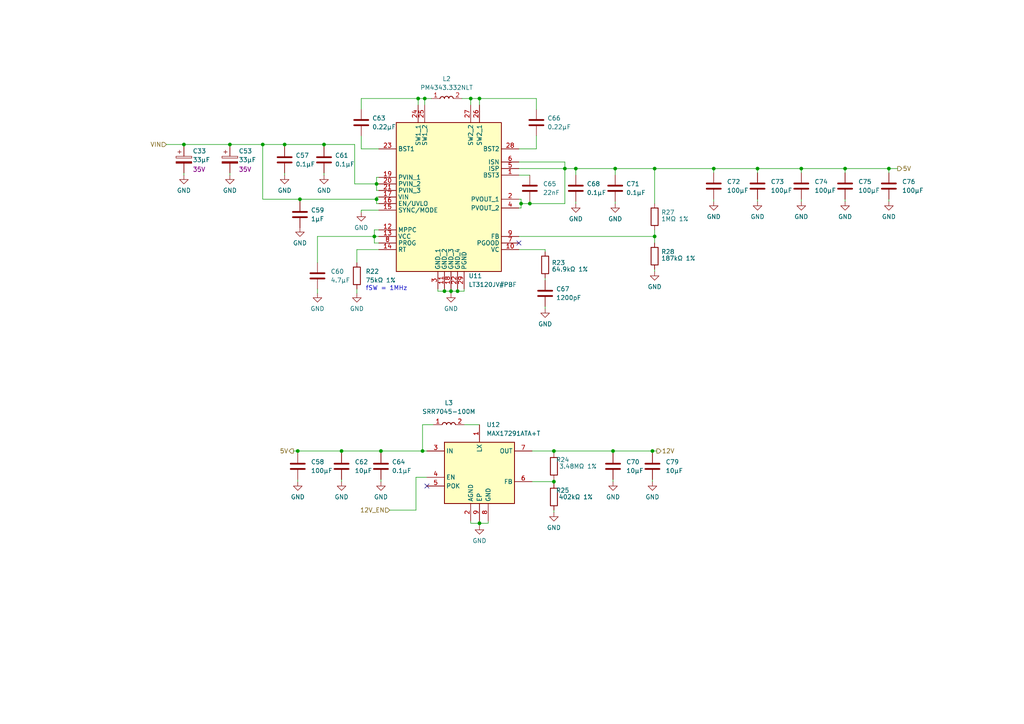
<source format=kicad_sch>
(kicad_sch (version 20211123) (generator eeschema)
  (paper "A4")
  (title_block (title "Walter Feels") (date "2025-02-12") (rev "2.4") (company "DPTechnics BV") (comment 1 "Checked by: Jonas Maes") (comment 2 "Engineer: Daan Pape") (comment 3 "License: GPLv3"))
  (lib_symbols
    (symbol "Device:C" (pin_numbers hide) (pin_names (offset 0.254))
      (property "Reference" "C" (at 0.635 2.54 0))
      (property "Value" "C" (at 0.635 -2.54 0))
      (symbol "C_0_1"
        (polyline (pts (xy -2.032 -0.762) (xy 2.032 -0.762)) (stroke (width 0.508)))
        (polyline (pts (xy -2.032 0.762) (xy 2.032 0.762)) (stroke (width 0.508)))
      )
      (symbol "C_1_1"
        (pin passive line (at 0 3.81 270) (length 2.794) (name "~") (number "1"))
        (pin passive line (at 0 -3.81 90) (length 2.794) (name "~") (number "2"))
      )
    )
    (symbol "Device:C_Polarized" (pin_numbers hide) (pin_names (offset 0.254))
      (property "Reference" "C" (at 0.635 2.54 0))
      (property "Value" "C_Polarized" (at 0.635 -2.54 0))
      (symbol "C_Polarized_0_1"
        (rectangle (start -2.286 0.508) (end 2.286 1.016))
        (polyline (pts (xy -1.778 2.286) (xy -0.762 2.286)))
        (polyline (pts (xy -1.27 2.794) (xy -1.27 1.778)))
        (rectangle (start 2.286 -0.508) (end -2.286 -1.016) (fill (type outline)))
      )
      (symbol "C_Polarized_1_1"
        (pin passive line (at 0 3.81 270) (length 2.794) (name "~") (number "1"))
        (pin passive line (at 0 -3.81 90) (length 2.794) (name "~") (number "2"))
      )
    )
    (symbol "Device:R" (pin_numbers hide) (pin_names (offset 0))
      (property "Reference" "R" (at 2.032 0 90))
      (property "Value" "R" (at 0 0 90))
      (symbol "R_0_1"
        (rectangle (start -1.016 -2.54) (end 1.016 2.54) (stroke (width 0.254)))
      )
      (symbol "R_1_1"
        (pin passive line (at 0 3.81 270) (length 1.27) (name "~") (number "1"))
        (pin passive line (at 0 -3.81 90) (length 1.27) (name "~") (number "2"))
      )
    )
    (symbol "LT3120JV#PBF:LT3120JV#PBF"
      (property "Reference" "IC" (at 15.875 21.59 0))
      (property "Value" "LT3120JV#PBF" (at 15.875 19.685 0))
      (symbol "LT3120JV#PBF_1_1"
        (rectangle (start -15.875 20.32) (end 14.605 -22.86) (stroke (width 0.254)) (fill (type background)))
        (pin passive line (at 19.685 5.08 180) (length 5.08) (name "BST3") (number "1"))
        (pin passive line (at 19.685 -16.51 180) (length 5.08) (name "VC") (number "10"))
        (pin passive line (at -1.905 -27.94 90) (length 5.08) (name "GND_2") (number "11"))
        (pin passive line (at -20.955 -10.795 0) (length 5.08) (name "MPPC") (number "12"))
        (pin passive line (at -20.955 -12.7 0) (length 5.08) (name "VCC") (number "13"))
        (pin passive line (at -20.955 -16.51 0) (length 5.08) (name "RT") (number "14"))
        (pin passive line (at -20.955 -5.08 0) (length 5.08) (name "SYNC/MODE") (number "15"))
        (pin passive line (at -20.955 -3.175 0) (length 5.08) (name "EN/UVLO") (number "16"))
        (pin passive line (at -20.955 -1.27 0) (length 5.08) (name "VIN") (number "17"))
        (pin passive line (at 0 -27.94 90) (length 5.08) (name "GND_3") (number "18"))
        (pin passive line (at -20.955 4.445 0) (length 5.08) (name "PVIN_1") (number "19"))
        (pin passive line (at 19.685 -1.905 180) (length 5.08) (name "PVOUT_1") (number "2"))
        (pin passive line (at -20.955 2.54 0) (length 5.08) (name "PVIN_2") (number "20"))
        (pin passive line (at -20.955 0.635 0) (length 5.08) (name "PVIN_3") (number "21"))
        (pin passive line (at 1.905 -27.94 90) (length 5.08) (name "GND_4") (number "22"))
        (pin passive line (at -20.955 12.7 0) (length 5.08) (name "BST1") (number "23"))
        (pin passive line (at -9.525 25.4 270) (length 5.08) (name "SW1_1") (number "24"))
        (pin passive line (at -7.62 25.4 270) (length 5.08) (name "SW1_2") (number "25"))
        (pin passive line (at 8.255 25.4 270) (length 5.08) (name "SW2_1") (number "26"))
        (pin passive line (at 5.715 25.4 270) (length 5.08) (name "SW2_2") (number "27"))
        (pin passive line (at 19.685 12.7 180) (length 5.08) (name "BST2") (number "28"))
        (pin passive line (at 3.81 -27.94 90) (length 5.08) (name "PGND") (number "29"))
        (pin passive line (at -3.81 -27.94 90) (length 5.08) (name "GND_1") (number "3"))
        (pin passive line (at 19.685 -4.445 180) (length 5.08) (name "PVOUT_2") (number "4"))
        (pin passive line (at 19.685 6.985 180) (length 5.08) (name "ISP") (number "5"))
        (pin passive line (at 19.685 8.89 180) (length 5.08) (name "ISN") (number "6"))
        (pin passive line (at 19.685 -14.605 180) (length 5.08) (name "PGOOD") (number "7"))
        (pin passive line (at -20.955 -14.605 0) (length 5.08) (name "PROG") (number "8"))
        (pin passive line (at 19.685 -12.7 180) (length 5.08) (name "FB") (number "9"))
      )
    )
    (symbol "MAX17291ATA+T:MAX17291ATA+T"
      (property "Reference" "U" (at 1.905 11.43 0))
      (property "Value" "MAX17291ATA+T" (at 8.89 9.525 0))
      (symbol "MAX17291ATA+T_1_1"
        (rectangle (start -10.16 8.255) (end 10.16 -9.525) (stroke (width 0.254)) (fill (type background)))
        (pin passive line (at 0 13.335 270) (length 5.08) (name "LX") (number "1"))
        (pin passive line (at -2.54 -14.605 90) (length 5.08) (name "AGND") (number "2"))
        (pin passive line (at -15.24 5.715 0) (length 5.08) (name "IN") (number "3"))
        (pin passive line (at -15.24 -1.905 0) (length 5.08) (name "EN") (number "4"))
        (pin passive line (at -15.24 -4.445 0) (length 5.08) (name "POK") (number "5"))
        (pin passive line (at 15.24 -3.175 180) (length 5.08) (name "FB") (number "6"))
        (pin passive line (at 15.24 5.715 180) (length 5.08) (name "OUT") (number "7"))
        (pin passive line (at 2.54 -14.605 90) (length 5.08) (name "GND") (number "8"))
        (pin passive line (at 0 -14.605 90) (length 5.08) (name "EP") (number "9"))
      )
    )
    (symbol "PM4343_332NLT:PM4343.332NLT" (pin_names hide)
      (property "Reference" "L" (at -6.985 5.08 0))
      (property "Value" "PM4343.332NLT" (at 0 3.175 0))
      (symbol "PM4343.332NLT_1_1"
        (arc (start -0.635 0) (mid -1.27 0.5535) (end -1.905 0) (stroke (width 0.254)))
        (arc (start 0.635 0.0875) (mid 0 0.641) (end -0.635 0.0875) (stroke (width 0.254)))
        (arc (start 1.905 0.0875) (mid 1.27 0.641) (end 0.635 0.0875) (stroke (width 0.254)))
        (pin passive line (at -4.445 0 0) (length 2.54) (name "1") (number "1"))
        (pin passive line (at 4.445 0 180) (length 2.54) (name "2") (number "2"))
      )
    )
    (symbol "SRR7045-100M:SRR7045-100M" (pin_names hide)
      (property "Reference" "L" (at -5.715 5.08 0))
      (property "Value" "SRR7045-100M" (at 1.27 3.175 0))
      (symbol "SRR7045-100M_1_1"
        (arc (start -0.635 0.083) (mid -1.27 0.6404) (end -1.905 0.083) (stroke (width 0.254)))
        (arc (start 0.635 0.0714) (mid 0 0.639) (end -0.635 0.0714) (stroke (width 0.254)))
        (arc (start 1.905 0.0677) (mid 1.27 0.6386) (end 0.635 0.0677) (stroke (width 0.254)))
        (pin passive line (at -4.445 0 0) (length 2.54) (name "1") (number "1"))
        (pin passive line (at 4.445 0 180) (length 2.54) (name "2") (number "2"))
      )
    )
    (symbol "power:GND" (power) (pin_names (offset 0))
      (property "Value" "GND" (at 0 -3.81 0))
      (symbol "GND_0_1"
        (polyline (pts (xy 0 0) (xy 0 -1.27) (xy 1.27 -1.27) (xy 0 -2.54) (xy -1.27 -1.27) (xy 0 -1.27)))
      )
      (symbol "GND_1_1"
        (pin power_in line (at 0 0 270) (length 0) hide (name "GND") (number "1"))
      )
    )
  )
  (junction (at 219.71 48.895))
  (junction (at 128.905 84.455))
  (junction (at 232.41 48.895))
  (junction (at 257.81 48.895))
  (junction (at 189.23 130.81))
  (junction (at 178.435 48.895))
  (junction (at 122.555 130.81))
  (junction (at 108.585 68.58))
  (junction (at 139.065 28.575))
  (junction (at 66.675 41.91))
  (junction (at 189.865 48.895))
  (junction (at 167.005 48.895))
  (junction (at 132.715 84.455))
  (junction (at 139.065 151.765))
  (junction (at 130.81 84.455))
  (junction (at 86.995 57.785))
  (junction (at 207.01 48.895))
  (junction (at 151.13 59.055))
  (junction (at 160.655 139.7))
  (junction (at 163.83 48.895))
  (junction (at 86.36 130.81))
  (junction (at 123.19 28.575))
  (junction (at 109.22 57.785))
  (junction (at 153.67 59.055))
  (junction (at 160.655 130.81))
  (junction (at 177.8 130.81))
  (junction (at 110.49 130.81))
  (junction (at 136.525 28.575))
  (junction (at 109.22 53.34))
  (junction (at 189.865 68.58))
  (junction (at 76.2 41.91))
  (junction (at 93.98 41.91))
  (junction (at 99.06 130.81))
  (junction (at 121.285 28.575))
  (junction (at 82.55 41.91))
  (junction (at 245.11 48.895))
  (junction (at 53.34 41.91))
  (no_connect (at 123.825 140.97))
  (no_connect (at 150.495 70.485))
  (wire (pts (xy 127 83.82) (xy 127 84.455)))
  (wire (pts (xy 245.11 58.42) (xy 245.11 57.785)))
  (wire (pts (xy 207.01 50.165) (xy 207.01 48.895)))
  (wire (pts (xy 92.075 68.58) (xy 108.585 68.58)))
  (wire (pts (xy 53.34 41.91) (xy 53.34 42.545)))
  (wire (pts (xy 122.555 123.19) (xy 122.555 130.81)))
  (wire (pts (xy 108.585 68.58) (xy 108.585 70.485)))
  (wire (pts (xy 53.34 50.165) (xy 53.34 50.8)))
  (wire (pts (xy 104.775 61.595) (xy 104.775 60.96)))
  (wire (pts (xy 155.575 39.37) (xy 155.575 43.18)))
  (wire (pts (xy 93.98 50.8) (xy 93.98 50.165)))
  (wire (pts (xy 189.865 78.74) (xy 189.865 78.105)))
  (wire (pts (xy 109.22 53.34) (xy 109.855 53.34)))
  (wire (pts (xy 232.41 48.895) (xy 219.71 48.895)))
  (wire (pts (xy 136.525 28.575) (xy 136.525 30.48)))
  (wire (pts (xy 66.675 41.91) (xy 66.675 42.545)))
  (wire (pts (xy 103.505 72.39) (xy 103.505 76.2)))
  (wire (pts (xy 99.06 130.81) (xy 110.49 130.81)))
  (wire (pts (xy 167.005 48.895) (xy 163.83 48.895)))
  (wire (pts (xy 163.83 46.99) (xy 163.83 48.895)))
  (wire (pts (xy 109.855 59.055) (xy 109.22 59.055)))
  (wire (pts (xy 109.22 53.34) (xy 109.22 55.245)))
  (wire (pts (xy 130.81 84.455) (xy 132.715 84.455)))
  (wire (pts (xy 177.8 131.445) (xy 177.8 130.81)))
  (wire (pts (xy 219.71 58.42) (xy 219.71 57.785)))
  (wire (pts (xy 109.855 55.245) (xy 109.22 55.245)))
  (wire (pts (xy 109.855 72.39) (xy 103.505 72.39)))
  (wire (pts (xy 178.435 48.895) (xy 167.005 48.895)))
  (wire (pts (xy 158.115 88.9) (xy 158.115 89.535)))
  (wire (pts (xy 257.81 48.895) (xy 260.35 48.895)))
  (wire (pts (xy 189.23 139.7) (xy 189.23 139.065)))
  (wire (pts (xy 123.19 28.575) (xy 123.19 30.48)))
  (wire (pts (xy 53.34 41.91) (xy 66.675 41.91)))
  (wire (pts (xy 102.87 53.34) (xy 109.22 53.34)))
  (wire (pts (xy 104.775 39.37) (xy 104.775 43.18)))
  (wire (pts (xy 92.075 76.2) (xy 92.075 68.58)))
  (wire (pts (xy 66.675 41.91) (xy 76.2 41.91)))
  (wire (pts (xy 93.98 41.91) (xy 102.87 41.91)))
  (wire (pts (xy 109.855 51.435) (xy 109.22 51.435)))
  (wire (pts (xy 160.655 130.81) (xy 154.305 130.81)))
  (wire (pts (xy 86.36 130.81) (xy 99.06 130.81)))
  (wire (pts (xy 86.995 58.42) (xy 86.995 57.785)))
  (wire (pts (xy 177.8 139.7) (xy 177.8 139.065)))
  (wire (pts (xy 66.675 50.165) (xy 66.675 50.8)))
  (wire (pts (xy 82.55 41.91) (xy 82.55 42.545)))
  (wire (pts (xy 110.49 139.7) (xy 110.49 139.065)))
  (wire (pts (xy 150.495 72.39) (xy 158.115 72.39)))
  (wire (pts (xy 158.115 80.645) (xy 158.115 81.28)))
  (wire (pts (xy 257.81 58.42) (xy 257.81 57.785)))
  (wire (pts (xy 158.115 72.39) (xy 158.115 73.025)))
  (wire (pts (xy 113.03 147.955) (xy 120.65 147.955)))
  (wire (pts (xy 130.81 85.09) (xy 130.81 84.455)))
  (wire (pts (xy 163.83 59.055) (xy 153.67 59.055)))
  (wire (pts (xy 76.2 57.785) (xy 76.2 41.91)))
  (wire (pts (xy 150.495 60.325) (xy 151.13 60.325)))
  (wire (pts (xy 109.22 51.435) (xy 109.22 53.34)))
  (wire (pts (xy 139.065 28.575) (xy 155.575 28.575)))
  (wire (pts (xy 245.11 50.165) (xy 245.11 48.895)))
  (wire (pts (xy 86.36 139.7) (xy 86.36 139.065)))
  (wire (pts (xy 150.495 57.785) (xy 151.13 57.785)))
  (wire (pts (xy 125.095 28.575) (xy 123.19 28.575)))
  (wire (pts (xy 150.495 43.18) (xy 155.575 43.18)))
  (wire (pts (xy 108.585 70.485) (xy 109.855 70.485)))
  (wire (pts (xy 104.775 60.96) (xy 109.855 60.96)))
  (wire (pts (xy 178.435 50.8) (xy 178.435 48.895)))
  (wire (pts (xy 167.005 59.055) (xy 167.005 58.42)))
  (wire (pts (xy 139.065 28.575) (xy 136.525 28.575)))
  (wire (pts (xy 85.09 130.81) (xy 86.36 130.81)))
  (wire (pts (xy 151.13 59.055) (xy 151.13 60.325)))
  (wire (pts (xy 150.495 68.58) (xy 189.865 68.58)))
  (wire (pts (xy 177.8 130.81) (xy 160.655 130.81)))
  (wire (pts (xy 134.62 83.82) (xy 134.62 84.455)))
  (wire (pts (xy 189.23 130.81) (xy 190.5 130.81)))
  (wire (pts (xy 257.81 50.165) (xy 257.81 48.895)))
  (wire (pts (xy 160.655 148.59) (xy 160.655 147.955)))
  (wire (pts (xy 207.01 58.42) (xy 207.01 57.785)))
  (wire (pts (xy 150.495 50.8) (xy 153.67 50.8)))
  (wire (pts (xy 132.715 83.82) (xy 132.715 84.455)))
  (wire (pts (xy 128.905 84.455) (xy 130.81 84.455)))
  (wire (pts (xy 232.41 50.165) (xy 232.41 48.895)))
  (wire (pts (xy 154.305 139.7) (xy 160.655 139.7)))
  (wire (pts (xy 86.995 57.785) (xy 109.22 57.785)))
  (wire (pts (xy 150.495 48.895) (xy 163.83 48.895)))
  (wire (pts (xy 232.41 58.42) (xy 232.41 57.785)))
  (wire (pts (xy 155.575 31.75) (xy 155.575 28.575)))
  (wire (pts (xy 82.55 50.8) (xy 82.55 50.165)))
  (wire (pts (xy 120.65 147.955) (xy 120.65 138.43)))
  (wire (pts (xy 128.905 83.82) (xy 128.905 84.455)))
  (wire (pts (xy 219.71 50.165) (xy 219.71 48.895)))
  (wire (pts (xy 108.585 66.675) (xy 108.585 68.58)))
  (wire (pts (xy 153.67 59.055) (xy 151.13 59.055)))
  (wire (pts (xy 177.8 130.81) (xy 189.23 130.81)))
  (wire (pts (xy 189.23 130.81) (xy 189.23 131.445)))
  (wire (pts (xy 189.865 48.895) (xy 189.865 59.055)))
  (wire (pts (xy 150.495 46.99) (xy 163.83 46.99)))
  (wire (pts (xy 109.22 59.055) (xy 109.22 57.785)))
  (wire (pts (xy 139.065 151.765) (xy 141.605 151.765)))
  (wire (pts (xy 92.075 85.09) (xy 92.075 83.82)))
  (wire (pts (xy 132.715 84.455) (xy 134.62 84.455)))
  (wire (pts (xy 189.865 68.58) (xy 189.865 70.485)))
  (wire (pts (xy 86.36 131.445) (xy 86.36 130.81)))
  (wire (pts (xy 110.49 131.445) (xy 110.49 130.81)))
  (wire (pts (xy 139.065 151.13) (xy 139.065 151.765)))
  (wire (pts (xy 141.605 151.13) (xy 141.605 151.765)))
  (wire (pts (xy 160.655 139.7) (xy 160.655 140.335)))
  (wire (pts (xy 136.525 151.13) (xy 136.525 151.765)))
  (wire (pts (xy 99.06 131.445) (xy 99.06 130.81)))
  (wire (pts (xy 139.065 30.48) (xy 139.065 28.575)))
  (wire (pts (xy 121.285 30.48) (xy 121.285 28.575)))
  (wire (pts (xy 151.13 57.785) (xy 151.13 59.055)))
  (wire (pts (xy 76.2 41.91) (xy 82.55 41.91)))
  (wire (pts (xy 178.435 59.055) (xy 178.435 58.42)))
  (wire (pts (xy 48.26 41.91) (xy 53.34 41.91)))
  (wire (pts (xy 109.22 57.15) (xy 109.855 57.15)))
  (wire (pts (xy 93.98 41.91) (xy 93.98 42.545)))
  (wire (pts (xy 125.73 123.19) (xy 122.555 123.19)))
  (wire (pts (xy 110.49 130.81) (xy 122.555 130.81)))
  (wire (pts (xy 86.995 57.785) (xy 76.2 57.785)))
  (wire (pts (xy 219.71 48.895) (xy 207.01 48.895)))
  (wire (pts (xy 104.775 31.75) (xy 104.775 28.575)))
  (wire (pts (xy 139.065 151.765) (xy 139.065 152.4)))
  (wire (pts (xy 160.655 139.7) (xy 160.655 139.065)))
  (wire (pts (xy 245.11 48.895) (xy 257.81 48.895)))
  (wire (pts (xy 104.775 28.575) (xy 121.285 28.575)))
  (wire (pts (xy 109.22 57.785) (xy 109.22 57.15)))
  (wire (pts (xy 167.005 50.8) (xy 167.005 48.895)))
  (wire (pts (xy 153.67 58.42) (xy 153.67 59.055)))
  (wire (pts (xy 99.06 139.7) (xy 99.06 139.065)))
  (wire (pts (xy 120.65 138.43) (xy 123.825 138.43)))
  (wire (pts (xy 133.985 28.575) (xy 136.525 28.575)))
  (wire (pts (xy 104.775 43.18) (xy 109.855 43.18)))
  (wire (pts (xy 130.81 83.82) (xy 130.81 84.455)))
  (wire (pts (xy 102.87 41.91) (xy 102.87 53.34)))
  (wire (pts (xy 189.865 66.675) (xy 189.865 68.58)))
  (wire (pts (xy 207.01 48.895) (xy 189.865 48.895)))
  (wire (pts (xy 109.855 66.675) (xy 108.585 66.675)))
  (wire (pts (xy 108.585 68.58) (xy 109.855 68.58)))
  (wire (pts (xy 178.435 48.895) (xy 189.865 48.895)))
  (wire (pts (xy 121.285 28.575) (xy 123.19 28.575)))
  (wire (pts (xy 127 84.455) (xy 128.905 84.455)))
  (wire (pts (xy 160.655 131.445) (xy 160.655 130.81)))
  (wire (pts (xy 82.55 41.91) (xy 93.98 41.91)))
  (wire (pts (xy 103.505 85.09) (xy 103.505 83.82)))
  (wire (pts (xy 163.83 48.895) (xy 163.83 59.055)))
  (wire (pts (xy 245.11 48.895) (xy 232.41 48.895)))
  (wire (pts (xy 122.555 130.81) (xy 123.825 130.81)))
  (wire (pts (xy 136.525 151.765) (xy 139.065 151.765)))
  (wire (pts (xy 134.62 123.19) (xy 139.065 123.19)))
  (text "fSW = 1MHz" (at 106.045 84.455 0) (effects (font (size 1.27 1.27)) (justify left bottom)))
  (hierarchical_label "VIN" (shape input) (at 48.26 41.91 180))
  (hierarchical_label "12V" (shape output) (at 190.5 130.81 0))
  (hierarchical_label "5V" (shape output) (at 85.09 130.81 180))
  (hierarchical_label "5V" (shape output) (at 260.35 48.895 0))
  (hierarchical_label "12V_EN" (shape input) (at 113.03 147.955 180))
  (symbol (lib_id "power:GND") (at 53.34 50.8 0) (unit 1)
    (property "Reference" "#PWR048" (effects hide))
    (property "Value" "GND" (at 53.34 55.245 0))
  )
  (symbol (lib_id "Device:R") (at 160.655 144.145 0) (unit 1)
    (property "Reference" "R25" (at 163.195 142.24 0))
    (property "Value" "402kΩ 1%" (at 167.005 144.145 0))
    (property "Footprint" "Resistor_SMD:R_0603_1608Metric" (effects hide))
    (property "JLCPCB" "C2960796" (effects hide))
  )
  (symbol (lib_id "Device:C_Polarized") (at 66.675 46.355 0) (unit 1)
    (property "Reference" "C53" (at 69.215 43.815 0) (effects (justify left)))
    (property "Value" "33µF" (at 69.215 46.355 0) (effects (justify left)))
    (property "Footprint" "Capacitor_Tantalum_SMD:CP_EIA-7343-30_AVX-N" (effects hide))
    (property "JLCPCB" "C2158306" (effects hide))
    (property "ALT1" "Kyocera AVX TCJE336M035R0055" (effects hide))
    (property "ALT2" "Vishay T55D336M035C0100" (effects hide))
    (property "Voltage" "35V" (at 69.215 49.1491 0) (effects (justify left)))
  )
  (symbol (lib_id "power:GND") (at 207.01 58.42 0) (unit 1)
    (property "Reference" "#PWR0103" (effects hide))
    (property "Value" "GND" (at 207.01 62.865 0))
  )
  (symbol (lib_id "power:GND") (at 189.865 78.74 0) (unit 1)
    (property "Reference" "#PWR0102" (effects hide))
    (property "Value" "GND" (at 189.865 83.185 0))
  )
  (symbol (lib_id "MAX17291ATA+T:MAX17291ATA+T") (at 139.065 136.525 0) (unit 1)
    (property "Reference" "U12" (at 141.0844 123.19 0) (effects (justify left)))
    (property "Value" "MAX17291ATA+T" (at 141.0844 125.73 0) (effects (justify left)))
    (property "Footprint" "MAX17291ATA+T:SON50P200X200X80-9N-D" (effects hide))
    (property "JLCPCB" "C7456683" (effects hide))
  )
  (symbol (lib_id "Device:R") (at 189.865 62.865 0) (unit 1)
    (property "Reference" "R27" (at 191.77 61.595 0) (effects (justify left)))
    (property "Value" "1MΩ 1%" (at 191.77 63.5 0) (effects (justify left)))
    (property "Footprint" "Resistor_SMD:R_0603_1608Metric" (effects hide))
    (property "JLCPCB" "C22935" (effects hide))
  )
  (symbol (lib_id "Device:C") (at 177.8 135.255 0) (unit 1)
    (property "Reference" "C70" (at 181.61 133.9849 0) (effects (justify left)))
    (property "Value" "10µF" (at 181.61 136.5249 0) (effects (justify left)))
    (property "Footprint" "Capacitor_SMD:C_1206_3216Metric" (effects hide))
    (property "JLCPCB" "C13585" (effects hide))
  )
  (symbol (lib_id "power:GND") (at 178.435 59.055 0) (unit 1)
    (property "Reference" "#PWR0101" (effects hide))
    (property "Value" "GND" (at 178.435 63.5 0))
  )
  (symbol (lib_id "Device:C") (at 178.435 54.61 0) (unit 1)
    (property "Reference" "C71" (at 181.61 53.34 0) (effects (justify left)))
    (property "Value" "0.1µF" (at 181.61 55.88 0) (effects (justify left)))
    (property "Footprint" "Capacitor_SMD:C_0603_1608Metric" (effects hide))
    (property "JLCPCB" "C14663" (effects hide))
  )
  (symbol (lib_id "Device:C") (at 167.005 54.61 0) (unit 1)
    (property "Reference" "C68" (at 170.18 53.34 0) (effects (justify left)))
    (property "Value" "0.1µF" (at 170.18 55.88 0) (effects (justify left)))
    (property "Footprint" "Capacitor_SMD:C_0603_1608Metric" (effects hide))
    (property "JLCPCB" "C14663" (effects hide))
  )
  (symbol (lib_id "Device:R") (at 158.115 76.835 0) (unit 1)
    (property "Reference" "R23" (at 160.02 76.2 0) (effects (justify left)))
    (property "Value" "64.9kΩ 1%" (at 160.02 78.105 0) (effects (justify left)))
    (property "Footprint" "Resistor_SMD:R_0603_1608Metric" (effects hide))
    (property "JLCPCB" "C14891" (effects hide))
  )
  (symbol (lib_id "Device:C") (at 245.11 53.975 0) (unit 1)
    (property "Reference" "C75" (at 248.92 52.7049 0) (effects (justify left)))
    (property "Value" "100µF" (at 248.92 55.2449 0) (effects (justify left)))
    (property "Footprint" "Capacitor_SMD:C_1210_3225Metric" (effects hide))
    (property "JLCPCB" "C49066" (effects hide))
  )
  (symbol (lib_id "power:GND") (at 245.11 58.42 0) (unit 1)
    (property "Reference" "#PWR0106" (effects hide))
    (property "Value" "GND" (at 245.11 62.865 0))
  )
  (symbol (lib_id "Device:C") (at 93.98 46.355 0) (unit 1)
    (property "Reference" "C61" (at 97.155 45.085 0) (effects (justify left)))
    (property "Value" "0.1µF" (at 97.155 47.625 0) (effects (justify left)))
    (property "Footprint" "Capacitor_SMD:C_0603_1608Metric" (effects hide))
    (property "JLCPCB" "C14663" (effects hide))
  )
  (symbol (lib_id "power:GND") (at 82.55 50.8 0) (unit 1)
    (property "Reference" "#PWR085" (effects hide))
    (property "Value" "GND" (at 82.55 55.245 0))
  )
  (symbol (lib_id "Device:C") (at 82.55 46.355 0) (unit 1)
    (property "Reference" "C57" (at 85.725 45.085 0) (effects (justify left)))
    (property "Value" "0.1µF" (at 85.725 47.625 0) (effects (justify left)))
    (property "Footprint" "Capacitor_SMD:C_0603_1608Metric" (effects hide))
    (property "JLCPCB" "C14663" (effects hide))
  )
  (symbol (lib_id "Device:C") (at 153.67 54.61 0) (unit 1)
    (property "Reference" "C65" (at 157.48 53.3399 0) (effects (justify left)))
    (property "Value" "22nF" (at 157.48 55.8799 0) (effects (justify left)))
    (property "Footprint" "Capacitor_SMD:C_0603_1608Metric" (effects hide))
    (property "JLCPCB" "C21122" (effects hide))
  )
  (symbol (lib_id "power:GND") (at 104.775 61.595 0) (unit 1)
    (property "Reference" "#PWR092" (effects hide))
    (property "Value" "GND" (at 104.775 66.04 0))
  )
  (symbol (lib_id "power:GND") (at 160.655 148.59 0) (unit 1)
    (property "Reference" "#PWR097" (effects hide))
    (property "Value" "GND" (at 160.655 153.035 0))
  )
  (symbol (lib_id "Device:C") (at 99.06 135.255 0) (unit 1)
    (property "Reference" "C62" (at 102.87 133.9849 0) (effects (justify left)))
    (property "Value" "10µF" (at 102.87 136.5249 0) (effects (justify left)))
    (property "Footprint" "Capacitor_SMD:C_1206_3216Metric" (effects hide))
    (property "JLCPCB" "C13585" (effects hide))
  )
  (symbol (lib_id "SRR7045-100M:SRR7045-100M") (at 130.175 123.19 0) (unit 1)
    (property "Reference" "L3" (at 130.175 116.84 0))
    (property "Value" "SRR7045-100M" (at 130.175 119.38 0))
    (property "Footprint" "SRR7045-100M:SRR7045100M" (effects hide))
    (property "JLCPCB" "C1329516" (effects hide))
  )
  (symbol (lib_id "power:GND") (at 66.675 50.8 0) (unit 1)
    (property "Reference" "#PWR084" (effects hide))
    (property "Value" "GND" (at 66.675 55.245 0))
  )
  (symbol (lib_id "power:GND") (at 167.005 59.055 0) (unit 1)
    (property "Reference" "#PWR098" (effects hide))
    (property "Value" "GND" (at 167.005 63.5 0))
  )
  (symbol (lib_id "Device:C") (at 86.995 62.23 180) (unit 1)
    (property "Reference" "C59" (at 90.17 60.9599 0) (effects (justify right)))
    (property "Value" "1μF" (at 90.17 63.4999 0) (effects (justify right)))
    (property "Footprint" "Capacitor_SMD:C_0603_1608Metric" (effects hide))
    (property "JLCPCB" "C15849" (effects hide))
  )
  (symbol (lib_id "power:GND") (at 219.71 58.42 0) (unit 1)
    (property "Reference" "#PWR0104" (effects hide))
    (property "Value" "GND" (at 219.71 62.865 0))
  )
  (symbol (lib_id "Device:C") (at 257.81 53.975 0) (unit 1)
    (property "Reference" "C76" (at 261.62 52.7049 0) (effects (justify left)))
    (property "Value" "100µF" (at 261.62 55.2449 0) (effects (justify left)))
    (property "Footprint" "Capacitor_SMD:C_1210_3225Metric" (effects hide))
    (property "JLCPCB" "C49066" (effects hide))
  )
  (symbol (lib_id "LT3120JV#PBF:LT3120JV#PBF") (at 130.81 55.88 0) (unit 1)
    (property "Reference" "U11" (at 135.89 80.01 0) (effects (justify left)))
    (property "Value" "LT3120JV#PBF" (at 135.89 82.55 0) (effects (justify left)))
    (property "Footprint" "LT3120JV#PBF:QFN50P400X500X83-29N-D" (effects hide))
    (property "JLCPCB" "C3198178" (effects hide))
  )
  (symbol (lib_id "Device:R") (at 103.505 80.01 0) (unit 1)
    (property "Reference" "R22" (at 106.045 78.7399 0) (effects (justify left)))
    (property "Value" "75kΩ 1%" (at 106.045 81.2799 0) (effects (justify left)))
    (property "Footprint" "Resistor_SMD:R_0603_1608Metric" (effects hide))
    (property "JLCPCB" "C23242" (effects hide))
  )
  (symbol (lib_id "power:GND") (at 99.06 139.7 0) (unit 1)
    (property "Reference" "#PWR090" (effects hide))
    (property "Value" "GND" (at 99.06 144.145 0))
  )
  (symbol (lib_id "power:GND") (at 189.23 139.7 0) (unit 1)
    (property "Reference" "#PWR021" (effects hide))
    (property "Value" "GND" (at 189.23 144.145 0))
  )
  (symbol (lib_id "Device:C_Polarized") (at 53.34 46.355 0) (unit 1)
    (property "Reference" "C33" (at 55.88 43.815 0) (effects (justify left)))
    (property "Value" "33µF" (at 55.88 46.355 0) (effects (justify left)))
    (property "Footprint" "Capacitor_Tantalum_SMD:CP_EIA-7343-30_AVX-N" (effects hide))
    (property "JLCPCB" "C2158306" (effects hide))
    (property "ALT1" "Kyocera AVX TCJE336M035R0055" (effects hide))
    (property "ALT2" "Vishay T55D336M035C0100" (effects hide))
    (property "Voltage" "35V" (at 55.88 49.1491 0) (effects (justify left)))
  )
  (symbol (lib_id "PM4343_332NLT:PM4343.332NLT") (at 129.54 28.575 0) (unit 1)
    (property "Reference" "L2" (at 129.54 22.86 0))
    (property "Value" "PM4343.332NLT" (at 129.54 25.4 0))
    (property "Footprint" "PM4343:INDPM140128X650N" (effects hide))
    (property "JLCPCB" "C2594689" (effects hide))
  )
  (symbol (lib_id "power:GND") (at 110.49 139.7 0) (unit 1)
    (property "Reference" "#PWR093" (effects hide))
    (property "Value" "GND" (at 110.49 144.145 0))
  )
  (symbol (lib_id "power:GND") (at 103.505 85.09 0) (unit 1)
    (property "Reference" "#PWR091" (effects hide))
    (property "Value" "GND" (at 103.505 89.535 0))
  )
  (symbol (lib_id "Device:C") (at 92.075 80.01 180) (unit 1)
    (property "Reference" "C60" (at 95.885 78.7399 0) (effects (justify right)))
    (property "Value" "4.7μF" (at 95.885 81.2799 0) (effects (justify right)))
    (property "Footprint" "Capacitor_SMD:C_0603_1608Metric" (effects hide))
    (property "JLCPCB" "C19666" (effects hide))
  )
  (symbol (lib_id "Device:C") (at 86.36 135.255 0) (unit 1)
    (property "Reference" "C58" (at 90.17 133.9849 0) (effects (justify left)))
    (property "Value" "100µF" (at 90.17 136.5249 0) (effects (justify left)))
    (property "Footprint" "Capacitor_SMD:C_1210_3225Metric" (effects hide))
    (property "JLCPCB" "C49066" (effects hide))
  )
  (symbol (lib_id "Device:C") (at 104.775 35.56 0) (unit 1)
    (property "Reference" "C63" (at 107.95 34.29 0) (effects (justify left)))
    (property "Value" "0.22µF" (at 107.95 36.83 0) (effects (justify left)))
    (property "Footprint" "Capacitor_SMD:C_0603_1608Metric" (effects hide))
    (property "JLCPCB" "C21120" (effects hide))
  )
  (symbol (lib_id "Device:C") (at 189.23 135.255 0) (unit 1)
    (property "Reference" "C79" (at 193.04 133.9849 0) (effects (justify left)))
    (property "Value" "10µF" (at 193.04 136.5249 0) (effects (justify left)))
    (property "Footprint" "Capacitor_SMD:C_1206_3216Metric" (effects hide))
    (property "JLCPCB" "C13585" (effects hide))
  )
  (symbol (lib_id "Device:C") (at 219.71 53.975 0) (unit 1)
    (property "Reference" "C73" (at 223.52 52.7049 0) (effects (justify left)))
    (property "Value" "100µF" (at 223.52 55.2449 0) (effects (justify left)))
    (property "Footprint" "Capacitor_SMD:C_1210_3225Metric" (effects hide))
    (property "JLCPCB" "C49066" (effects hide))
  )
  (symbol (lib_id "Device:C") (at 158.115 85.09 0) (unit 1)
    (property "Reference" "C67" (at 161.29 83.82 0) (effects (justify left)))
    (property "Value" "1200pF" (at 161.29 86.36 0) (effects (justify left)))
    (property "Footprint" "Capacitor_SMD:C_0603_1608Metric" (effects hide))
    (property "JLCPCB" "C30615" (effects hide))
  )
  (symbol (lib_id "power:GND") (at 139.065 152.4 0) (unit 1)
    (property "Reference" "#PWR095" (effects hide))
    (property "Value" "GND" (at 139.065 156.845 0))
  )
  (symbol (lib_id "Device:C") (at 110.49 135.255 0) (unit 1)
    (property "Reference" "C64" (at 113.665 133.985 0) (effects (justify left)))
    (property "Value" "0.1µF" (at 113.665 136.525 0) (effects (justify left)))
    (property "Footprint" "Capacitor_SMD:C_0603_1608Metric" (effects hide))
    (property "JLCPCB" "C14663" (effects hide))
  )
  (symbol (lib_id "Device:C") (at 207.01 53.975 0) (unit 1)
    (property "Reference" "C72" (at 210.82 52.7049 0) (effects (justify left)))
    (property "Value" "100µF" (at 210.82 55.2449 0) (effects (justify left)))
    (property "Footprint" "Capacitor_SMD:C_1210_3225Metric" (effects hide))
    (property "JLCPCB" "C49066" (effects hide))
  )
  (symbol (lib_id "power:GND") (at 177.8 139.7 0) (unit 1)
    (property "Reference" "#PWR0100" (effects hide))
    (property "Value" "GND" (at 177.8 144.145 0))
  )
  (symbol (lib_id "power:GND") (at 86.995 66.04 0) (unit 1)
    (property "Reference" "#PWR087" (effects hide))
    (property "Value" "GND" (at 86.995 70.485 0))
  )
  (symbol (lib_id "Device:R") (at 160.655 135.255 0) (unit 1)
    (property "Reference" "R24" (at 163.195 133.35 0))
    (property "Value" "3.48MΩ 1%" (at 167.64 135.255 0))
    (property "Footprint" "Resistor_SMD:R_0603_1608Metric" (effects hide))
    (property "JLCPCB" "C422936" (effects hide))
  )
  (symbol (lib_id "Device:C") (at 155.575 35.56 0) (unit 1)
    (property "Reference" "C66" (at 158.75 34.29 0) (effects (justify left)))
    (property "Value" "0.22µF" (at 158.75 36.83 0) (effects (justify left)))
    (property "Footprint" "Capacitor_SMD:C_0603_1608Metric" (effects hide))
    (property "JLCPCB" "C21120" (effects hide))
  )
  (symbol (lib_id "power:GND") (at 92.075 85.09 0) (unit 1)
    (property "Reference" "#PWR088" (effects hide))
    (property "Value" "GND" (at 92.075 89.535 0))
  )
  (symbol (lib_id "power:GND") (at 232.41 58.42 0) (unit 1)
    (property "Reference" "#PWR0105" (effects hide))
    (property "Value" "GND" (at 232.41 62.865 0))
  )
  (symbol (lib_id "power:GND") (at 257.81 58.42 0) (unit 1)
    (property "Reference" "#PWR0107" (effects hide))
    (property "Value" "GND" (at 257.81 62.865 0))
  )
  (symbol (lib_id "Device:R") (at 189.865 74.295 0) (unit 1)
    (property "Reference" "R28" (at 191.77 73.025 0) (effects (justify left)))
    (property "Value" "187kΩ 1%" (at 191.77 74.93 0) (effects (justify left)))
    (property "Footprint" "Resistor_SMD:R_0603_1608Metric" (effects hide))
    (property "JLCPCB" "C321764" (effects hide))
  )
  (symbol (lib_id "power:GND") (at 130.81 85.09 0) (unit 1)
    (property "Reference" "#PWR094" (effects hide))
    (property "Value" "GND" (at 130.81 89.535 0))
  )
  (symbol (lib_id "power:GND") (at 158.115 89.535 0) (unit 1)
    (property "Reference" "#PWR096" (effects hide))
    (property "Value" "GND" (at 158.115 93.98 0))
  )
  (symbol (lib_id "Device:C") (at 232.41 53.975 0) (unit 1)
    (property "Reference" "C74" (at 236.22 52.7049 0) (effects (justify left)))
    (property "Value" "100µF" (at 236.22 55.2449 0) (effects (justify left)))
    (property "Footprint" "Capacitor_SMD:C_1210_3225Metric" (effects hide))
    (property "JLCPCB" "C49066" (effects hide))
  )
  (symbol (lib_id "power:GND") (at 86.36 139.7 0) (unit 1)
    (property "Reference" "#PWR086" (effects hide))
    (property "Value" "GND" (at 86.36 144.145 0))
  )
  (symbol (lib_id "power:GND") (at 93.98 50.8 0) (unit 1)
    (property "Reference" "#PWR089" (effects hide))
    (property "Value" "GND" (at 93.98 55.245 0))
  )
)
</source>
